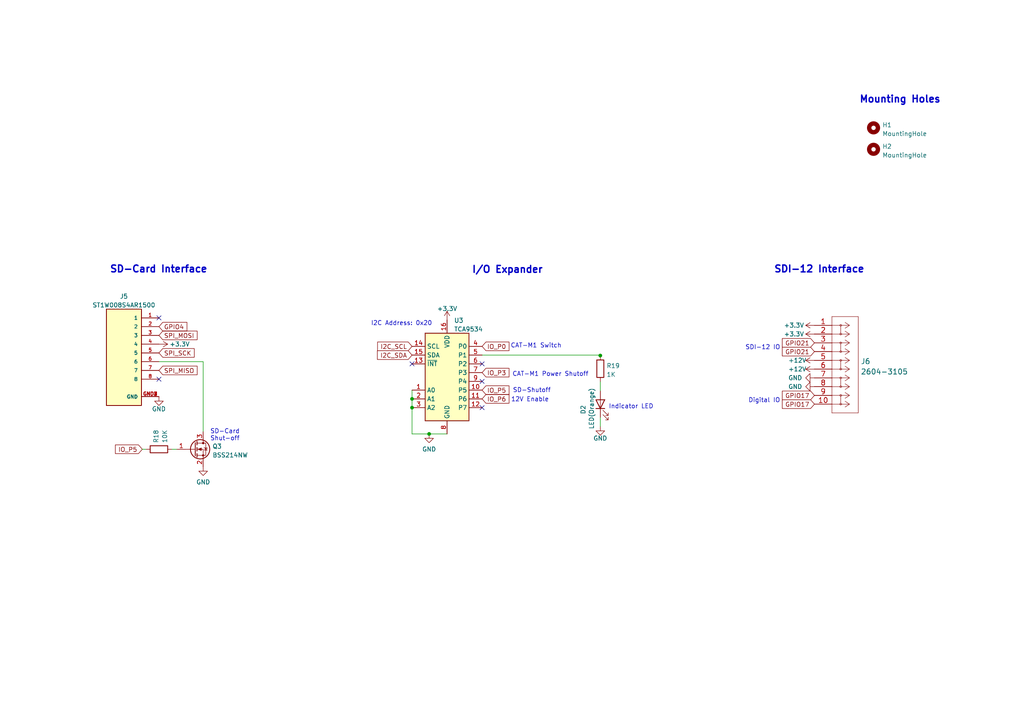
<source format=kicad_sch>
(kicad_sch (version 20211123) (generator eeschema)
  (paper "A4")
  (title_block (title "Enviro-node") (date "2023-01-09") (rev "1.0") (company "NSW Department of Primary Industries") (comment 1 "GitHub: https://github.com/DPIclimate/enviro-node") (comment 2 "Designed by: Harvey Bates"))
  (lib_symbols
    (symbol "2604-3105:2604-3105" (pin_names (offset 0.254) hide)
      (property "Reference" "J" (at -1.27 16.51 0))
      (property "Value" "2604-3105" (at 0 0 0))
      (symbol "2604-3105_1_1"
        (circle (center -2.54 -12.7) (radius 0.254) (stroke (width 0.127)))
        (circle (center -2.54 -10.16) (radius 0.254) (stroke (width 0.127)))
        (circle (center -2.54 -7.62) (radius 0.254) (stroke (width 0.127)))
        (circle (center -2.54 -5.08) (radius 0.254) (stroke (width 0.127)))
        (circle (center -2.54 -2.54) (radius 0.254) (stroke (width 0.127)))
        (circle (center -2.54 0) (radius 0.254) (stroke (width 0.127)))
        (circle (center -2.54 2.54) (radius 0.254) (stroke (width 0.127)))
        (circle (center -2.54 5.08) (radius 0.254) (stroke (width 0.127)))
        (circle (center -2.54 7.62) (radius 0.254) (stroke (width 0.127)))
        (circle (center -2.54 10.16) (radius 0.254) (stroke (width 0.127)))
        (arc (start -2.286 -12.7) (mid -2.794 -12.7) (end -2.286 -12.7) (stroke (width 0.127)))
        (arc (start -2.286 -10.16) (mid -2.794 -10.16) (end -2.286 -10.16) (stroke (width 0.127)))
        (arc (start -2.286 -7.62) (mid -2.794 -7.62) (end -2.286 -7.62) (stroke (width 0.127)))
        (arc (start -2.286 -5.08) (mid -2.794 -5.08) (end -2.286 -5.08) (stroke (width 0.127)))
        (arc (start -2.286 -2.54) (mid -2.794 -2.54) (end -2.286 -2.54) (stroke (width 0.127)))
        (arc (start -2.286 0) (mid -2.794 0) (end -2.286 0) (stroke (width 0.127)))
        (arc (start -2.286 2.54) (mid -2.794 2.54) (end -2.286 2.54) (stroke (width 0.127)))
        (arc (start -2.286 5.08) (mid -2.794 5.08) (end -2.286 5.08) (stroke (width 0.127)))
        (arc (start -2.286 7.62) (mid -2.794 7.62) (end -2.286 7.62) (stroke (width 0.127)))
        (arc (start -2.286 10.16) (mid -2.794 10.16) (end -2.286 10.16) (stroke (width 0.127)))
        (polyline (pts (xy -5.08 -15.24) (xy 2.54 -15.24)) (stroke (width 0.127)))
        (polyline (pts (xy -5.08 12.7) (xy -5.08 -15.24)) (stroke (width 0.127)))
        (polyline (pts (xy -2.54 -10.414) (xy -2.54 -12.446)) (stroke (width 0.127)))
        (polyline (pts (xy -2.54 -5.334) (xy -2.54 -7.366)) (stroke (width 0.127)))
        (polyline (pts (xy -2.54 -0.254) (xy -2.54 -2.286)) (stroke (width 0.127)))
        (polyline (pts (xy -2.54 4.826) (xy -2.54 2.794)) (stroke (width 0.127)))
        (polyline (pts (xy -2.54 9.906) (xy -2.54 7.874)) (stroke (width 0.127)))
        (polyline (pts (xy 0 -12.7) (xy -5.08 -12.7)) (stroke (width 0.127)))
        (polyline (pts (xy 0 -12.7) (xy -1.27 -13.5382)) (stroke (width 0.127)))
        (polyline (pts (xy 0 -12.7) (xy -1.27 -11.8618)) (stroke (width 0.127)))
        (polyline (pts (xy 0 -10.16) (xy -5.08 -10.16)) (stroke (width 0.127)))
        (polyline (pts (xy 0 -10.16) (xy -1.27 -10.9982)) (stroke (width 0.127)))
        (polyline (pts (xy 0 -10.16) (xy -1.27 -9.3218)) (stroke (width 0.127)))
        (polyline (pts (xy 0 -7.62) (xy -5.08 -7.62)) (stroke (width 0.127)))
        (polyline (pts (xy 0 -7.62) (xy -1.27 -8.4582)) (stroke (width 0.127)))
        (polyline (pts (xy 0 -7.62) (xy -1.27 -6.7818)) (stroke (width 0.127)))
        (polyline (pts (xy 0 -5.08) (xy -5.08 -5.08)) (stroke (width 0.127)))
        (polyline (pts (xy 0 -5.08) (xy -1.27 -5.9182)) (stroke (width 0.127)))
        (polyline (pts (xy 0 -5.08) (xy -1.27 -4.2418)) (stroke (width 0.127)))
        (polyline (pts (xy 0 -2.54) (xy -5.08 -2.54)) (stroke (width 0.127)))
        (polyline (pts (xy 0 -2.54) (xy -1.27 -3.3782)) (stroke (width 0.127)))
        (polyline (pts (xy 0 -2.54) (xy -1.27 -1.7018)) (stroke (width 0.127)))
        (polyline (pts (xy 0 0) (xy -5.08 0)) (stroke (width 0.127)))
        (polyline (pts (xy 0 0) (xy -1.27 -0.8382)) (stroke (width 0.127)))
        (polyline (pts (xy 0 0) (xy -1.27 0.8382)) (stroke (width 0.127)))
        (polyline (pts (xy 0 2.54) (xy -5.08 2.54)) (stroke (width 0.127)))
        (polyline (pts (xy 0 2.54) (xy -1.27 1.7018)) (stroke (width 0.127)))
        (polyline (pts (xy 0 2.54) (xy -1.27 3.3782)) (stroke (width 0.127)))
        (polyline (pts (xy 0 5.08) (xy -5.08 5.08)) (stroke (width 0.127)))
        (polyline (pts (xy 0 5.08) (xy -1.27 4.2418)) (stroke (width 0.127)))
        (polyline (pts (xy 0 5.08) (xy -1.27 5.9182)) (stroke (width 0.127)))
        (polyline (pts (xy 0 7.62) (xy -5.08 7.62)) (stroke (width 0.127)))
        (polyline (pts (xy 0 7.62) (xy -1.27 6.7818)) (stroke (width 0.127)))
        (polyline (pts (xy 0 7.62) (xy -1.27 8.4582)) (stroke (width 0.127)))
        (polyline (pts (xy 0 10.16) (xy -5.08 10.16)) (stroke (width 0.127)))
        (polyline (pts (xy 0 10.16) (xy -1.27 9.3218)) (stroke (width 0.127)))
        (polyline (pts (xy 0 10.16) (xy -1.27 10.9982)) (stroke (width 0.127)))
        (polyline (pts (xy 2.54 -15.24) (xy 2.54 12.7)) (stroke (width 0.127)))
        (polyline (pts (xy 2.54 12.7) (xy -5.08 12.7)) (stroke (width 0.127)))
        (pin unspecified line (at -10.16 10.16 0) (length 5.08) (name "1") (number "1"))
        (pin unspecified line (at -10.16 -12.7 0) (length 5.08) (name "10") (number "10"))
        (pin unspecified line (at -10.16 7.62 0) (length 5.08) (name "2") (number "2"))
        (pin unspecified line (at -10.16 5.08 0) (length 5.08) (name "3") (number "3"))
        (pin unspecified line (at -10.16 2.54 0) (length 5.08) (name "4") (number "4"))
        (pin unspecified line (at -10.16 0 0) (length 5.08) (name "5") (number "5"))
        (pin unspecified line (at -10.16 -2.54 0) (length 5.08) (name "6") (number "6"))
        (pin unspecified line (at -10.16 -5.08 0) (length 5.08) (name "7") (number "7"))
        (pin unspecified line (at -10.16 -7.62 0) (length 5.08) (name "8") (number "8"))
        (pin unspecified line (at -10.16 -10.16 0) (length 5.08) (name "9") (number "9"))
      )
    )
    (symbol "Device:LED" (pin_numbers hide) (pin_names (offset 1.016) hide)
      (property "Reference" "D" (at 0 2.54 0))
      (property "Value" "LED" (at 0 -2.54 0))
      (symbol "LED_0_1"
        (polyline (pts (xy -1.27 -1.27) (xy -1.27 1.27)) (stroke (width 0.254)))
        (polyline (pts (xy -1.27 0) (xy 1.27 0)))
        (polyline (pts (xy 1.27 -1.27) (xy 1.27 1.27) (xy -1.27 0) (xy 1.27 -1.27)) (stroke (width 0.254)))
        (polyline (pts (xy -3.048 -0.762) (xy -4.572 -2.286) (xy -3.81 -2.286) (xy -4.572 -2.286) (xy -4.572 -1.524)))
        (polyline (pts (xy -1.778 -0.762) (xy -3.302 -2.286) (xy -2.54 -2.286) (xy -3.302 -2.286) (xy -3.302 -1.524)))
      )
      (symbol "LED_1_1"
        (pin passive line (at -3.81 0 0) (length 2.54) (name "K") (number "1"))
        (pin passive line (at 3.81 0 180) (length 2.54) (name "A") (number "2"))
      )
    )
    (symbol "Device:R" (pin_numbers hide) (pin_names (offset 0))
      (property "Reference" "R" (at 2.032 0 90))
      (property "Value" "R" (at 0 0 90))
      (symbol "R_0_1"
        (rectangle (start -1.016 -2.54) (end 1.016 2.54) (stroke (width 0.254)))
      )
      (symbol "R_1_1"
        (pin passive line (at 0 3.81 270) (length 1.27) (name "~") (number "1"))
        (pin passive line (at 0 -3.81 90) (length 1.27) (name "~") (number "2"))
      )
    )
    (symbol "Interface_Expansion:TCA9534"
      (property "Reference" "U" (at -6.35 12.7 0))
      (property "Value" "TCA9534" (at 2.54 12.7 0))
      (symbol "TCA9534_0_1"
        (rectangle (start -6.35 -13.97) (end 6.35 11.43) (stroke (width 0.254)) (fill (type background)))
      )
      (symbol "TCA9534_1_1"
        (pin input line (at -10.16 -5.08 0) (length 3.81) (name "A0") (number "1"))
        (pin bidirectional line (at 10.16 -5.08 180) (length 3.81) (name "P5") (number "10"))
        (pin bidirectional line (at 10.16 -7.62 180) (length 3.81) (name "P6") (number "11"))
        (pin bidirectional line (at 10.16 -10.16 180) (length 3.81) (name "P7") (number "12"))
        (pin open_collector line (at -10.16 2.54 0) (length 3.81) (name "~{INT}") (number "13"))
        (pin input line (at -10.16 7.62 0) (length 3.81) (name "SCL") (number "14"))
        (pin bidirectional line (at -10.16 5.08 0) (length 3.81) (name "SDA") (number "15"))
        (pin power_in line (at 0 15.24 270) (length 3.81) (name "VDD") (number "16"))
        (pin input line (at -10.16 -7.62 0) (length 3.81) (name "A1") (number "2"))
        (pin input line (at -10.16 -10.16 0) (length 3.81) (name "A2") (number "3"))
        (pin bidirectional line (at 10.16 7.62 180) (length 3.81) (name "P0") (number "4"))
        (pin bidirectional line (at 10.16 5.08 180) (length 3.81) (name "P1") (number "5"))
        (pin bidirectional line (at 10.16 2.54 180) (length 3.81) (name "P2") (number "6"))
        (pin bidirectional line (at 10.16 0 180) (length 3.81) (name "P3") (number "7"))
        (pin power_in line (at 0 -17.78 90) (length 3.81) (name "GND") (number "8"))
        (pin bidirectional line (at 10.16 -2.54 180) (length 3.81) (name "P4") (number "9"))
      )
    )
    (symbol "Mechanical:MountingHole" (pin_names (offset 1.016))
      (property "Reference" "H" (at 0 5.08 0))
      (property "Value" "MountingHole" (at 0 3.175 0))
      (symbol "MountingHole_0_1"
        (circle (center 0 0) (radius 1.27) (stroke (width 1.27)))
      )
    )
    (symbol "ST1W008S4AR1500:ST1W008S4AR1500" (pin_names (offset 1.016))
      (property "Reference" "J" (at -5.08 13.462 0))
      (property "Value" "ST1W008S4AR1500" (at -5.08 -17.78 0))
      (symbol "ST1W008S4AR1500_0_0"
        (rectangle (start -5.08 -15.24) (end 5.08 12.7) (stroke (width 0.254)) (fill (type background)))
        (pin passive line (at -10.16 10.16 0) (length 5.08) (name "1") (number "1"))
        (pin passive line (at -10.16 7.62 0) (length 5.08) (name "2") (number "2"))
        (pin passive line (at -10.16 5.08 0) (length 5.08) (name "3") (number "3"))
        (pin passive line (at -10.16 2.54 0) (length 5.08) (name "4") (number "4"))
        (pin passive line (at -10.16 0 0) (length 5.08) (name "5") (number "5"))
        (pin passive line (at -10.16 -2.54 0) (length 5.08) (name "6") (number "6"))
        (pin passive line (at -10.16 -5.08 0) (length 5.08) (name "7") (number "7"))
        (pin passive line (at -10.16 -7.62 0) (length 5.08) (name "8") (number "8"))
        (pin power_in line (at -10.16 -12.7 0) (length 5.08) (name "GND") (number "GND1"))
        (pin power_in line (at -10.16 -12.7 0) (length 5.08) (name "GND") (number "GND2"))
        (pin power_in line (at -10.16 -12.7 0) (length 5.08) (name "GND") (number "GND3"))
        (pin power_in line (at -10.16 -12.7 0) (length 5.08) (name "GND") (number "GND4"))
      )
    )
    (symbol "Transistor_FET:BSS214NW" (pin_names hide)
      (property "Reference" "Q" (at 5.08 1.905 0))
      (property "Value" "BSS214NW" (at 5.08 0 0))
      (symbol "BSS214NW_0_1"
        (polyline (pts (xy 0.254 0) (xy -2.54 0)))
        (polyline (pts (xy 0.254 1.905) (xy 0.254 -1.905)) (stroke (width 0.254)))
        (polyline (pts (xy 0.762 -1.27) (xy 0.762 -2.286)) (stroke (width 0.254)))
        (polyline (pts (xy 0.762 0.508) (xy 0.762 -0.508)) (stroke (width 0.254)))
        (polyline (pts (xy 0.762 2.286) (xy 0.762 1.27)) (stroke (width 0.254)))
        (polyline (pts (xy 2.54 2.54) (xy 2.54 1.778)))
        (polyline (pts (xy 2.54 -2.54) (xy 2.54 0) (xy 0.762 0)))
        (polyline (pts (xy 0.762 -1.778) (xy 3.302 -1.778) (xy 3.302 1.778) (xy 0.762 1.778)))
        (polyline (pts (xy 1.016 0) (xy 2.032 0.381) (xy 2.032 -0.381) (xy 1.016 0)) (fill (type outline)))
        (polyline (pts (xy 2.794 0.508) (xy 2.921 0.381) (xy 3.683 0.381) (xy 3.81 0.254)))
        (polyline (pts (xy 3.302 0.381) (xy 2.921 -0.254) (xy 3.683 -0.254) (xy 3.302 0.381)))
        (circle (center 1.651 0) (radius 2.794) (stroke (width 0.254)))
        (circle (center 2.54 -1.778) (radius 0.254) (fill (type outline)))
        (circle (center 2.54 1.778) (radius 0.254) (fill (type outline)))
      )
      (symbol "BSS214NW_1_1"
        (pin input line (at -5.08 0 0) (length 2.54) (name "G") (number "1"))
        (pin passive line (at 2.54 -5.08 90) (length 2.54) (name "S") (number "2"))
        (pin passive line (at 2.54 5.08 270) (length 2.54) (name "D") (number "3"))
      )
    )
    (symbol "power:+12V" (power) (pin_names (offset 0))
      (property "Value" "+12V" (at 0 3.556 0))
      (symbol "+12V_0_1"
        (polyline (pts (xy -0.762 1.27) (xy 0 2.54)))
        (polyline (pts (xy 0 0) (xy 0 2.54)))
        (polyline (pts (xy 0 2.54) (xy 0.762 1.27)))
      )
      (symbol "+12V_1_1"
        (pin power_in line (at 0 0 90) (length 0) hide (name "+12V") (number "1"))
      )
    )
    (symbol "power:+3.3V" (power) (pin_names (offset 0))
      (property "Value" "+3.3V" (at 0 3.556 0))
      (symbol "+3.3V_0_1"
        (polyline (pts (xy -0.762 1.27) (xy 0 2.54)))
        (polyline (pts (xy 0 0) (xy 0 2.54)))
        (polyline (pts (xy 0 2.54) (xy 0.762 1.27)))
      )
      (symbol "+3.3V_1_1"
        (pin power_in line (at 0 0 90) (length 0) hide (name "+3.3V") (number "1"))
      )
    )
    (symbol "power:GND" (power) (pin_names (offset 0))
      (property "Value" "GND" (at 0 -3.81 0))
      (symbol "GND_0_1"
        (polyline (pts (xy 0 0) (xy 0 -1.27) (xy 1.27 -1.27) (xy 0 -2.54) (xy -1.27 -1.27) (xy 0 -1.27)))
      )
      (symbol "GND_1_1"
        (pin power_in line (at 0 0 270) (length 0) hide (name "GND") (number "1"))
      )
    )
  )
  (junction (at 124.46 125.857))
  (junction (at 119.507 115.697))
  (junction (at 119.507 118.237))
  (junction (at 174.117 103.124))
  (no_connect (at 119.507 105.537))
  (no_connect (at 46.101 92.202))
  (no_connect (at 139.827 110.617))
  (no_connect (at 139.827 105.537))
  (no_connect (at 139.827 118.237))
  (no_connect (at 46.101 109.982))
  (wire (pts (xy 124.46 125.857) (xy 129.667 125.857)))
  (wire (pts (xy 58.928 104.902) (xy 46.101 104.902)))
  (wire (pts (xy 174.117 102.997) (xy 174.117 103.124)))
  (wire (pts (xy 119.507 113.157) (xy 119.507 115.697)))
  (wire (pts (xy 58.928 125.222) (xy 58.928 104.902)))
  (wire (pts (xy 139.827 102.997) (xy 174.117 102.997)))
  (wire (pts (xy 119.507 115.697) (xy 119.507 118.237)))
  (wire (pts (xy 41.275 130.302) (xy 42.291 130.302)))
  (wire (pts (xy 174.117 110.744) (xy 174.117 113.411)))
  (wire (pts (xy 119.507 125.857) (xy 124.46 125.857)))
  (wire (pts (xy 119.507 118.237) (xy 119.507 125.857)))
  (wire (pts (xy 174.117 121.031) (xy 174.117 123.698)))
  (wire (pts (xy 49.911 130.302) (xy 51.308 130.302)))
  (text "Digital IO" (at 217.043 116.967 0) (effects (font (size 1.27 1.27)) (justify left bottom)))
  (text "Mounting Holes" (at 249.174 30.099 0) (effects (font (size 2 2) (thickness 0.4) bold) (justify left bottom)))
  (text "I2C Address: 0x20" (at 107.569 94.615 0) (effects (font (size 1.27 1.27)) (justify left bottom)))
  (text "CAT-M1 Switch" (at 148.082 101.092 0) (effects (font (size 1.27 1.27)) (justify left bottom)))
  (text "I/O Expander" (at 136.779 79.502 0) (effects (font (size 2 2) (thickness 0.4) bold) (justify left bottom)))
  (text "SD-Card\nShut-off" (at 60.96 128.016 0) (effects (font (size 1.27 1.27)) (justify left bottom)))
  (text "CAT-M1 Power Shutoff" (at 148.59 109.347 0) (effects (font (size 1.27 1.27)) (justify left bottom)))
  (text "SDI-12 IO" (at 216.154 101.6 0) (effects (font (size 1.27 1.27)) (justify left bottom)))
  (text "SD-Card Interface" (at 31.75 79.375 0) (effects (font (size 2 2) (thickness 0.4) bold) (justify left bottom)))
  (text "Indicator LED" (at 176.53 118.745 0) (effects (font (size 1.27 1.27)) (justify left bottom)))
  (text "SD-Shutoff" (at 148.717 114.046 0) (effects (font (size 1.27 1.27)) (justify left bottom)))
  (text "SDI-12 Interface" (at 224.409 79.375 0) (effects (font (size 2 2) (thickness 0.4) bold) (justify left bottom)))
  (text "12V Enable" (at 148.209 116.713 0) (effects (font (size 1.27 1.27)) (justify left bottom)))
  (global_label "IO_P5" (shape input) (at 41.275 130.302 180) (property "Intersheet References" "${INTERSHEET_REFS}" (effects hide)))
  (global_label "SPI_MOSI" (shape input) (at 46.101 97.282 0) (property "Intersheet References" "${INTERSHEET_REFS}" (effects hide)))
  (global_label "IO_P5" (shape input) (at 139.827 113.157 0) (property "Intersheet References" "${INTERSHEET_REFS}" (effects hide)))
  (global_label "I2C_SCL" (shape input) (at 119.507 100.457 180) (property "Intersheet References" "${INTERSHEET_REFS}" (effects hide)))
  (global_label "IO_P0" (shape input) (at 139.827 100.457 0) (property "Intersheet References" "${INTERSHEET_REFS}" (effects hide)))
  (global_label "GPIO17" (shape input) (at 236.22 114.681 180) (property "Intersheet References" "${INTERSHEET_REFS}" (effects hide)))
  (global_label "GPIO21" (shape input) (at 236.22 101.981 180) (property "Intersheet References" "${INTERSHEET_REFS}" (effects hide)))
  (global_label "IO_P3" (shape input) (at 139.827 108.077 0) (property "Intersheet References" "${INTERSHEET_REFS}" (effects hide)))
  (global_label "I2C_SDA" (shape input) (at 119.507 102.997 180) (property "Intersheet References" "${INTERSHEET_REFS}" (effects hide)))
  (global_label "GPIO21" (shape input) (at 236.22 99.441 180) (property "Intersheet References" "${INTERSHEET_REFS}" (effects hide)))
  (global_label "SPI_SCK" (shape input) (at 46.101 102.362 0) (property "Intersheet References" "${INTERSHEET_REFS}" (effects hide)))
  (global_label "GPIO4" (shape input) (at 46.101 94.742 0) (property "Intersheet References" "${INTERSHEET_REFS}" (effects hide)))
  (global_label "GPIO17" (shape input) (at 236.22 117.221 180) (property "Intersheet References" "${INTERSHEET_REFS}" (effects hide)))
  (global_label "SPI_MISO" (shape input) (at 46.101 107.442 0) (property "Intersheet References" "${INTERSHEET_REFS}" (effects hide)))
  (global_label "IO_P6" (shape input) (at 139.827 115.697 0) (property "Intersheet References" "${INTERSHEET_REFS}" (effects hide)))
  (symbol (lib_id "power:GND") (at 58.928 135.382 0) (unit 1)
    (property "Reference" "#PWR041" (effects hide))
    (property "Value" "GND" (at 58.928 139.8254 0))
  )
  (symbol (lib_id "power:GND") (at 124.46 125.857 0) (unit 1)
    (property "Reference" "#PWR042" (effects hide))
    (property "Value" "GND" (at 124.46 130.3004 0))
  )
  (symbol (lib_id "power:+3.3V") (at 236.22 94.361 90) (unit 1)
    (property "Reference" "#PWR045" (effects hide))
    (property "Value" "+3.3V" (at 227.33 94.361 90) (effects (justify right)))
  )
  (symbol (lib_id "power:GND") (at 46.101 115.062 0) (unit 1)
    (property "Reference" "#PWR040" (effects hide))
    (property "Value" "GND" (at 48.133 118.618 0) (effects (justify right)))
  )
  (symbol (lib_id "Interface_Expansion:TCA9534") (at 129.667 108.077 0) (unit 1)
    (property "Reference" "U3" (at 131.6864 92.9472 0) (effects (justify left)))
    (property "Value" "TCA9534" (at 131.6864 95.4841 0) (effects (justify left)))
    (property "Footprint" "Package_SO:TSSOP-16_4.4x5mm_P0.65mm" (effects hide))
    (property "Datasheet" "https://www.digikey.com.au/en/products/detail/texas-instruments/TCA9534PWR/5004966" (effects hide))
    (property "Part" "TCA9534PWR" (effects hide))
  )
  (symbol (lib_id "Transistor_FET:BSS214NW") (at 56.388 130.302 0) (unit 1)
    (property "Reference" "Q3" (at 61.595 129.4673 0) (effects (justify left)))
    (property "Value" "BSS214NW" (at 61.595 132.0042 0) (effects (justify left)))
    (property "Footprint" "Package_TO_SOT_SMD:SOT-323_SC-70" (effects hide))
    (property "Datasheet" "https://www.infineon.com/dgdl/Infineon-BSS214NW-DS-v02_02-en.pdf?fileId=db3a30431b3e89eb011b695aebc01bde" (effects hide))
  )
  (symbol (lib_id "power:+12V") (at 236.22 107.061 90) (unit 1)
    (property "Reference" "#PWR048" (effects hide))
    (property "Value" "+12V" (at 228.6 107.061 90) (effects (justify right)))
  )
  (symbol (lib_id "power:GND") (at 236.22 109.601 270) (unit 1)
    (property "Reference" "#PWR049" (effects hide))
    (property "Value" "GND" (at 228.6 109.601 90) (effects (justify left)))
  )
  (symbol (lib_id "power:+3.3V") (at 129.667 92.837 0) (unit 1)
    (property "Reference" "#PWR043" (effects hide))
    (property "Value" "+3.3V" (at 126.746 89.535 0) (effects (justify left)))
  )
  (symbol (lib_id "ST1W008S4AR1500:ST1W008S4AR1500") (at 35.941 102.362 0) (mirror y) (unit 1)
    (property "Reference" "J5" (at 35.941 85.9622 0))
    (property "Value" "ST1W008S4AR1500" (at 35.941 88.4991 0))
    (property "Footprint" "ST1W008S4AR1500:JAE_ST1W008S4AR1500" (effects hide))
    (property "Datasheet" "https://www.digikey.com.au/en/products/detail/jae-electronics/ST1W008S4AR1500/3720055?s=N4IgTCBcDaIMoBUCMB1ADGgHHALAQQCUkBWDEAXQF8g" (effects hide))
    (property "MANUFACTURER" "JAE Electronics" (effects hide))
    (property "MAXIMUM_PACKAGE_HEIGHT" "2.0 mm" (effects hide))
    (property "PARTREV" "2" (effects hide))
    (property "STANDARD" "Manufacturer Recommendations" (effects hide))
    (property "Part" "ST1W008S4AR1500" (effects hide))
  )
  (symbol (lib_id "power:GND") (at 174.117 123.698 0) (unit 1)
    (property "Reference" "#PWR044" (effects hide))
    (property "Value" "GND" (at 176.149 127.127 0) (effects (justify right)))
  )
  (symbol (lib_id "power:GND") (at 236.22 112.141 270) (unit 1)
    (property "Reference" "#PWR050" (effects hide))
    (property "Value" "GND" (at 228.6 112.141 90) (effects (justify left)))
  )
  (symbol (lib_id "Device:R") (at 46.101 130.302 90) (unit 1)
    (property "Reference" "R18" (at 45.2663 128.524 0) (effects (justify left)))
    (property "Value" "10K" (at 47.8032 128.524 0) (effects (justify left)))
    (property "Footprint" "Resistor_SMD:R_0805_2012Metric" (effects hide))
    (property "Datasheet" "https://www.digikey.com.au/en/products/detail/yageo/RC0805FR-0710KP/4935334" (effects hide))
    (property "Part" "RC0805FR-0710KP" (effects hide))
  )
  (symbol (lib_id "2604-3105:2604-3105") (at 246.38 104.521 0) (unit 1)
    (property "Reference" "J6" (at 249.6185 104.8148 0) (effects (font (size 1.524 1.524)) (justify left)))
    (property "Value" "2604-3105" (at 249.6185 107.8082 0) (effects (font (size 1.524 1.524)) (justify left)))
    (property "Footprint" "2604-3105:2604-3105" (effects hide))
    (property "Datasheet" "https://www.digikey.com.au/en/products/detail/wago-corporation/2604-3105/15551087?s=N4IgTCBcDa4GwAYAsBaAzARgQVhAXQF8g" (effects hide))
    (property "Part" "2604-3105" (effects hide))
  )
  (symbol (lib_id "Mechanical:MountingHole") (at 253.365 37.084 0) (unit 1)
    (property "Reference" "H1" (at 255.905 36.2493 0) (effects (justify left)))
    (property "Value" "MountingHole" (at 255.905 38.7862 0) (effects (justify left)))
    (property "Footprint" "MountingHole:MountingHole_4.3x6.2mm_M4_Pad_Via" (effects hide))
  )
  (symbol (lib_id "Device:LED") (at 174.117 117.221 90) (unit 1)
    (property "Reference" "D2" (at 169.1472 118.8085 0))
    (property "Value" "LED(Orange)" (at 171.577 118.491 0))
    (property "Footprint" "LED_SMD:LED_0805_2012Metric" (effects hide))
    (property "Datasheet" "https://www.digikey.com.au/en/products/detail/osram-opto-ams-osram/LO-R976-PS-1/1227955" (effects hide))
    (property "Part" "LO R976-PS-1" (effects hide))
  )
  (symbol (lib_id "Mechanical:MountingHole") (at 253.365 43.307 0) (unit 1)
    (property "Reference" "H2" (at 255.905 42.4723 0) (effects (justify left)))
    (property "Value" "MountingHole" (at 255.905 45.0092 0) (effects (justify left)))
    (property "Footprint" "MountingHole:MountingHole_4.3x6.2mm_M4_Pad_Via" (effects hide))
  )
  (symbol (lib_id "power:+3.3V") (at 46.101 99.822 270) (unit 1)
    (property "Reference" "#PWR039" (effects hide))
    (property "Value" "+3.3V" (at 49.149 99.822 90) (effects (justify left)))
  )
  (symbol (lib_id "power:+3.3V") (at 236.22 96.901 90) (unit 1)
    (property "Reference" "#PWR046" (effects hide))
    (property "Value" "+3.3V" (at 227.33 96.901 90) (effects (justify right)))
  )
  (symbol (lib_id "Device:R") (at 174.117 106.934 0) (unit 1)
    (property "Reference" "R19" (at 175.895 106.0993 0) (effects (justify left)))
    (property "Value" "1K" (at 175.895 108.6362 0) (effects (justify left)))
    (property "Footprint" "Resistor_SMD:R_0805_2012Metric" (effects hide))
  )
  (symbol (lib_id "power:+12V") (at 236.22 104.521 90) (unit 1)
    (property "Reference" "#PWR047" (effects hide))
    (property "Value" "+12V" (at 228.6 104.521 90) (effects (justify right)))
  )
)
</source>
